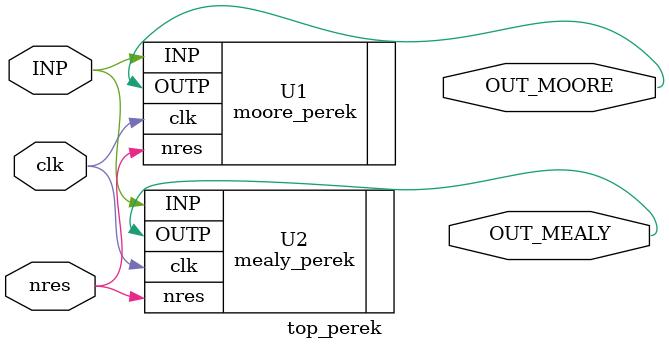
<source format=sv>
module top_perek (clk, nres, INP, OUT_MOORE, OUT_MEALY);

input logic clk, nres, INP;
output logic OUT_MOORE, OUT_MEALY;

moore_perek U1 (.clk(clk), .nres(nres), .INP(INP), .OUTP(OUT_MOORE));
mealy_perek U2 (.clk(clk), .nres(nres), .INP(INP), .OUTP(OUT_MEALY));

endmodule

</source>
